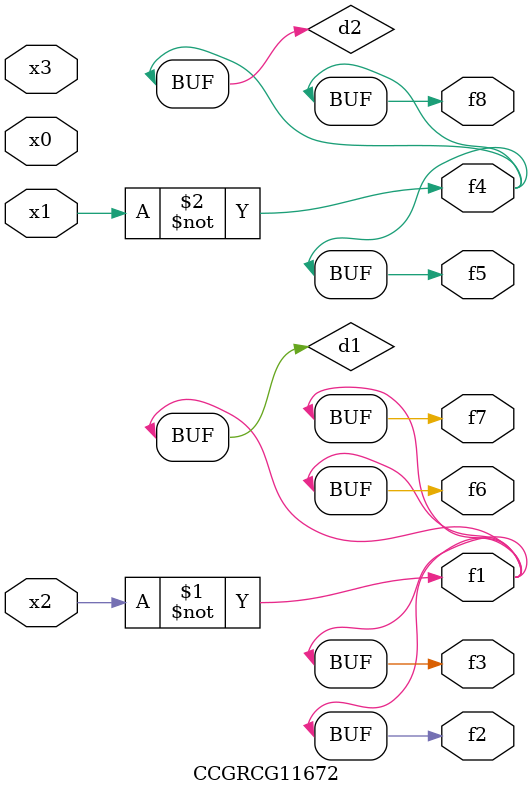
<source format=v>
module CCGRCG11672(
	input x0, x1, x2, x3,
	output f1, f2, f3, f4, f5, f6, f7, f8
);

	wire d1, d2;

	xnor (d1, x2);
	not (d2, x1);
	assign f1 = d1;
	assign f2 = d1;
	assign f3 = d1;
	assign f4 = d2;
	assign f5 = d2;
	assign f6 = d1;
	assign f7 = d1;
	assign f8 = d2;
endmodule

</source>
